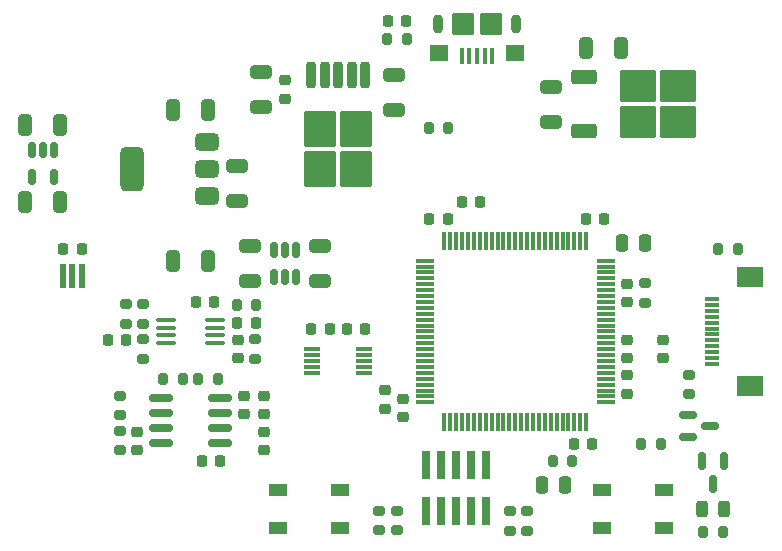
<source format=gtp>
G04 #@! TF.GenerationSoftware,KiCad,Pcbnew,8.0.4*
G04 #@! TF.CreationDate,2024-09-21T08:46:09+10:00*
G04 #@! TF.ProjectId,hsa_r0,6873615f-7230-42e6-9b69-6361645f7063,rev?*
G04 #@! TF.SameCoordinates,Original*
G04 #@! TF.FileFunction,Paste,Top*
G04 #@! TF.FilePolarity,Positive*
%FSLAX46Y46*%
G04 Gerber Fmt 4.6, Leading zero omitted, Abs format (unit mm)*
G04 Created by KiCad (PCBNEW 8.0.4) date 2024-09-21 08:46:09*
%MOMM*%
%LPD*%
G01*
G04 APERTURE LIST*
G04 Aperture macros list*
%AMRoundRect*
0 Rectangle with rounded corners*
0 $1 Rounding radius*
0 $2 $3 $4 $5 $6 $7 $8 $9 X,Y pos of 4 corners*
0 Add a 4 corners polygon primitive as box body*
4,1,4,$2,$3,$4,$5,$6,$7,$8,$9,$2,$3,0*
0 Add four circle primitives for the rounded corners*
1,1,$1+$1,$2,$3*
1,1,$1+$1,$4,$5*
1,1,$1+$1,$6,$7*
1,1,$1+$1,$8,$9*
0 Add four rect primitives between the rounded corners*
20,1,$1+$1,$2,$3,$4,$5,0*
20,1,$1+$1,$4,$5,$6,$7,0*
20,1,$1+$1,$6,$7,$8,$9,0*
20,1,$1+$1,$8,$9,$2,$3,0*%
G04 Aperture macros list end*
%ADD10RoundRect,0.200000X-0.275000X0.200000X-0.275000X-0.200000X0.275000X-0.200000X0.275000X0.200000X0*%
%ADD11RoundRect,0.225000X-0.250000X0.225000X-0.250000X-0.225000X0.250000X-0.225000X0.250000X0.225000X0*%
%ADD12RoundRect,0.150000X-0.150000X0.512500X-0.150000X-0.512500X0.150000X-0.512500X0.150000X0.512500X0*%
%ADD13R,1.400000X0.300000*%
%ADD14RoundRect,0.200000X0.275000X-0.200000X0.275000X0.200000X-0.275000X0.200000X-0.275000X-0.200000X0*%
%ADD15RoundRect,0.225000X0.250000X-0.225000X0.250000X0.225000X-0.250000X0.225000X-0.250000X-0.225000X0*%
%ADD16RoundRect,0.100000X0.100000X0.575000X-0.100000X0.575000X-0.100000X-0.575000X0.100000X-0.575000X0*%
%ADD17O,0.900000X1.600000*%
%ADD18RoundRect,0.250000X0.550000X0.450000X-0.550000X0.450000X-0.550000X-0.450000X0.550000X-0.450000X0*%
%ADD19RoundRect,0.250000X0.700000X0.700000X-0.700000X0.700000X-0.700000X-0.700000X0.700000X-0.700000X0*%
%ADD20RoundRect,0.250000X0.325000X0.650000X-0.325000X0.650000X-0.325000X-0.650000X0.325000X-0.650000X0*%
%ADD21RoundRect,0.200000X0.200000X0.275000X-0.200000X0.275000X-0.200000X-0.275000X0.200000X-0.275000X0*%
%ADD22RoundRect,0.100000X-0.712500X-0.100000X0.712500X-0.100000X0.712500X0.100000X-0.712500X0.100000X0*%
%ADD23R,1.300000X0.300000*%
%ADD24R,2.200000X1.800000*%
%ADD25RoundRect,0.250000X0.650000X-0.325000X0.650000X0.325000X-0.650000X0.325000X-0.650000X-0.325000X0*%
%ADD26RoundRect,0.075000X0.725000X0.075000X-0.725000X0.075000X-0.725000X-0.075000X0.725000X-0.075000X0*%
%ADD27RoundRect,0.075000X0.075000X0.725000X-0.075000X0.725000X-0.075000X-0.725000X0.075000X-0.725000X0*%
%ADD28RoundRect,0.225000X0.225000X0.250000X-0.225000X0.250000X-0.225000X-0.250000X0.225000X-0.250000X0*%
%ADD29RoundRect,0.250000X-0.650000X0.325000X-0.650000X-0.325000X0.650000X-0.325000X0.650000X0.325000X0*%
%ADD30RoundRect,0.200000X-0.200000X-0.275000X0.200000X-0.275000X0.200000X0.275000X-0.200000X0.275000X0*%
%ADD31R,0.570000X2.000000*%
%ADD32RoundRect,0.250000X-0.850000X-0.350000X0.850000X-0.350000X0.850000X0.350000X-0.850000X0.350000X0*%
%ADD33RoundRect,0.250000X-1.275000X-1.125000X1.275000X-1.125000X1.275000X1.125000X-1.275000X1.125000X0*%
%ADD34RoundRect,0.150000X-0.150000X0.587500X-0.150000X-0.587500X0.150000X-0.587500X0.150000X0.587500X0*%
%ADD35RoundRect,0.225000X-0.225000X-0.250000X0.225000X-0.250000X0.225000X0.250000X-0.225000X0.250000X0*%
%ADD36R,1.550000X1.000000*%
%ADD37RoundRect,0.200000X-0.200000X0.900000X-0.200000X-0.900000X0.200000X-0.900000X0.200000X0.900000X0*%
%ADD38RoundRect,0.250000X-1.125000X1.275000X-1.125000X-1.275000X1.125000X-1.275000X1.125000X1.275000X0*%
%ADD39R,0.740000X2.400000*%
%ADD40RoundRect,0.150000X-0.825000X-0.150000X0.825000X-0.150000X0.825000X0.150000X-0.825000X0.150000X0*%
%ADD41RoundRect,0.250000X0.250000X0.475000X-0.250000X0.475000X-0.250000X-0.475000X0.250000X-0.475000X0*%
%ADD42RoundRect,0.243750X0.243750X0.456250X-0.243750X0.456250X-0.243750X-0.456250X0.243750X-0.456250X0*%
%ADD43RoundRect,0.150000X-0.587500X-0.150000X0.587500X-0.150000X0.587500X0.150000X-0.587500X0.150000X0*%
%ADD44RoundRect,0.375000X0.625000X0.375000X-0.625000X0.375000X-0.625000X-0.375000X0.625000X-0.375000X0*%
%ADD45RoundRect,0.500000X0.500000X1.400000X-0.500000X1.400000X-0.500000X-1.400000X0.500000X-1.400000X0*%
G04 APERTURE END LIST*
D10*
X141500000Y-78425000D03*
X141500000Y-80075000D03*
D11*
X153750000Y-78475000D03*
X153750000Y-80025000D03*
D12*
X135950000Y-54612500D03*
X135000000Y-54612500D03*
X134050000Y-54612500D03*
X134050000Y-56887500D03*
X135950000Y-56887500D03*
D13*
X157800000Y-71500000D03*
X157800000Y-72000000D03*
X157800000Y-72500000D03*
X157800000Y-73000000D03*
X157800000Y-73500000D03*
X162200000Y-73500000D03*
X162200000Y-73000000D03*
X162200000Y-72500000D03*
X162200000Y-72000000D03*
X162200000Y-71500000D03*
D14*
X189750000Y-75325000D03*
X189750000Y-73675000D03*
D15*
X165500000Y-77275000D03*
X165500000Y-75725000D03*
D16*
X173050000Y-46675000D03*
X172400000Y-46675000D03*
X171750000Y-46675000D03*
X171100000Y-46675000D03*
X170450000Y-46675000D03*
D17*
X175050000Y-44000000D03*
D18*
X174950000Y-46450000D03*
D19*
X172950000Y-44000000D03*
X170550000Y-44000000D03*
D18*
X168550000Y-46450000D03*
D17*
X168450000Y-44000000D03*
D20*
X183975000Y-45997500D03*
X181025000Y-45997500D03*
D14*
X186000000Y-67575000D03*
X186000000Y-65925000D03*
D20*
X148950000Y-51250000D03*
X146000000Y-51250000D03*
D21*
X165825000Y-45250000D03*
X164175000Y-45250000D03*
D22*
X145387500Y-69025000D03*
X145387500Y-69675000D03*
X145387500Y-70325000D03*
X145387500Y-70975000D03*
X149612500Y-70975000D03*
X149612500Y-70325000D03*
X149612500Y-69675000D03*
X149612500Y-69025000D03*
D23*
X191650000Y-72750000D03*
X191650000Y-72250000D03*
X191650000Y-71750000D03*
X191650000Y-71250000D03*
X191650000Y-70750000D03*
X191650000Y-70250000D03*
X191650000Y-69750000D03*
X191650000Y-69250000D03*
X191650000Y-68750000D03*
X191650000Y-68250000D03*
X191650000Y-67750000D03*
X191650000Y-67250000D03*
D24*
X194900000Y-74650000D03*
X194900000Y-65350000D03*
D21*
X179825000Y-81000000D03*
X178175000Y-81000000D03*
D25*
X152500000Y-65725000D03*
X152500000Y-62775000D03*
D26*
X182675000Y-76000000D03*
X182675000Y-75500000D03*
X182675000Y-75000000D03*
X182675000Y-74500000D03*
X182675000Y-74000000D03*
X182675000Y-73500000D03*
X182675000Y-73000000D03*
X182675000Y-72500000D03*
X182675000Y-72000000D03*
X182675000Y-71500000D03*
X182675000Y-71000000D03*
X182675000Y-70500000D03*
X182675000Y-70000000D03*
X182675000Y-69500000D03*
X182675000Y-69000000D03*
X182675000Y-68500000D03*
X182675000Y-68000000D03*
X182675000Y-67500000D03*
X182675000Y-67000000D03*
X182675000Y-66500000D03*
X182675000Y-66000000D03*
X182675000Y-65500000D03*
X182675000Y-65000000D03*
X182675000Y-64500000D03*
X182675000Y-64000000D03*
D27*
X181000000Y-62325000D03*
X180500000Y-62325000D03*
X180000000Y-62325000D03*
X179500000Y-62325000D03*
X179000000Y-62325000D03*
X178500000Y-62325000D03*
X178000000Y-62325000D03*
X177500000Y-62325000D03*
X177000000Y-62325000D03*
X176500000Y-62325000D03*
X176000000Y-62325000D03*
X175500000Y-62325000D03*
X175000000Y-62325000D03*
X174500000Y-62325000D03*
X174000000Y-62325000D03*
X173500000Y-62325000D03*
X173000000Y-62325000D03*
X172500000Y-62325000D03*
X172000000Y-62325000D03*
X171500000Y-62325000D03*
X171000000Y-62325000D03*
X170500000Y-62325000D03*
X170000000Y-62325000D03*
X169500000Y-62325000D03*
X169000000Y-62325000D03*
D26*
X167325000Y-64000000D03*
X167325000Y-64500000D03*
X167325000Y-65000000D03*
X167325000Y-65500000D03*
X167325000Y-66000000D03*
X167325000Y-66500000D03*
X167325000Y-67000000D03*
X167325000Y-67500000D03*
X167325000Y-68000000D03*
X167325000Y-68500000D03*
X167325000Y-69000000D03*
X167325000Y-69500000D03*
X167325000Y-70000000D03*
X167325000Y-70500000D03*
X167325000Y-71000000D03*
X167325000Y-71500000D03*
X167325000Y-72000000D03*
X167325000Y-72500000D03*
X167325000Y-73000000D03*
X167325000Y-73500000D03*
X167325000Y-74000000D03*
X167325000Y-74500000D03*
X167325000Y-75000000D03*
X167325000Y-75500000D03*
X167325000Y-76000000D03*
D27*
X169000000Y-77675000D03*
X169500000Y-77675000D03*
X170000000Y-77675000D03*
X170500000Y-77675000D03*
X171000000Y-77675000D03*
X171500000Y-77675000D03*
X172000000Y-77675000D03*
X172500000Y-77675000D03*
X173000000Y-77675000D03*
X173500000Y-77675000D03*
X174000000Y-77675000D03*
X174500000Y-77675000D03*
X175000000Y-77675000D03*
X175500000Y-77675000D03*
X176000000Y-77675000D03*
X176500000Y-77675000D03*
X177000000Y-77675000D03*
X177500000Y-77675000D03*
X178000000Y-77675000D03*
X178500000Y-77675000D03*
X179000000Y-77675000D03*
X179500000Y-77675000D03*
X180000000Y-77675000D03*
X180500000Y-77675000D03*
X181000000Y-77675000D03*
D28*
X138275000Y-63000000D03*
X136725000Y-63000000D03*
D29*
X164750000Y-48275000D03*
X164750000Y-51225000D03*
D30*
X192175000Y-63000000D03*
X193825000Y-63000000D03*
D31*
X138275000Y-65295000D03*
X137500000Y-65295000D03*
X136725000Y-65295000D03*
D32*
X180800000Y-48470000D03*
D33*
X185425000Y-49225000D03*
X185425000Y-52275000D03*
X188775000Y-49225000D03*
X188775000Y-52275000D03*
D32*
X180800000Y-53030000D03*
D30*
X185675000Y-79500000D03*
X187325000Y-79500000D03*
D34*
X192700000Y-81000000D03*
X190800000Y-81000000D03*
X191750000Y-82875000D03*
D10*
X142000000Y-67675000D03*
X142000000Y-69325000D03*
D28*
X150025000Y-81000000D03*
X148475000Y-81000000D03*
D25*
X178000000Y-52222500D03*
X178000000Y-49272500D03*
D30*
X190925000Y-87000000D03*
X192575000Y-87000000D03*
D20*
X136475000Y-52500000D03*
X133525000Y-52500000D03*
D14*
X174520000Y-86875000D03*
X174520000Y-85225000D03*
D35*
X157725000Y-69750000D03*
X159275000Y-69750000D03*
D29*
X153475000Y-48025000D03*
X153475000Y-50975000D03*
D10*
X165000000Y-85175000D03*
X165000000Y-86825000D03*
D35*
X140475000Y-70750000D03*
X142025000Y-70750000D03*
X180975000Y-60500000D03*
X182525000Y-60500000D03*
D28*
X149525000Y-67500000D03*
X147975000Y-67500000D03*
D21*
X146825000Y-74000000D03*
X145175000Y-74000000D03*
D14*
X176020000Y-86875000D03*
X176020000Y-85225000D03*
D28*
X153025000Y-69250000D03*
X151475000Y-69250000D03*
D36*
X187625000Y-86600000D03*
X187625000Y-83400000D03*
X182375000Y-86600000D03*
X182375000Y-83400000D03*
D10*
X141500000Y-75425000D03*
X141500000Y-77075000D03*
D37*
X162280000Y-48250000D03*
X161140000Y-48250000D03*
X160000000Y-48250000D03*
D38*
X161525000Y-52875000D03*
X158475000Y-52875000D03*
X161525000Y-56225000D03*
X158475000Y-56225000D03*
D37*
X158860000Y-48250000D03*
X157720000Y-48250000D03*
D12*
X156450000Y-63112500D03*
X155500000Y-63112500D03*
X154550000Y-63112500D03*
X154550000Y-65387500D03*
X155500000Y-65387500D03*
X156450000Y-65387500D03*
D14*
X143500000Y-72325000D03*
X143500000Y-70675000D03*
D39*
X167460000Y-85200000D03*
X167460000Y-81300000D03*
X168730000Y-85200000D03*
X168730000Y-81300000D03*
X170000000Y-85200000D03*
X170000000Y-81300000D03*
X171270000Y-85200000D03*
X171270000Y-81300000D03*
X172540000Y-85200000D03*
X172540000Y-81300000D03*
D15*
X152000000Y-77025000D03*
X152000000Y-75475000D03*
D40*
X145025000Y-75595000D03*
X145025000Y-76865000D03*
X145025000Y-78135000D03*
X145025000Y-79405000D03*
X149975000Y-79405000D03*
X149975000Y-78135000D03*
X149975000Y-76865000D03*
X149975000Y-75595000D03*
D20*
X148975000Y-64000000D03*
X146025000Y-64000000D03*
D15*
X151500000Y-72275000D03*
X151500000Y-70725000D03*
D41*
X179200000Y-83000000D03*
X177300000Y-83000000D03*
D11*
X155500000Y-48725000D03*
X155500000Y-50275000D03*
D20*
X136475000Y-59000000D03*
X133525000Y-59000000D03*
D35*
X170475000Y-59000000D03*
X172025000Y-59000000D03*
D29*
X151475000Y-56025000D03*
X151475000Y-58975000D03*
D28*
X165775000Y-43750000D03*
X164225000Y-43750000D03*
D11*
X153750000Y-75475000D03*
X153750000Y-77025000D03*
D15*
X187500000Y-72275000D03*
X187500000Y-70725000D03*
D11*
X143000000Y-78475000D03*
X143000000Y-80025000D03*
D42*
X192687500Y-85000000D03*
X190812500Y-85000000D03*
D35*
X167725000Y-60500000D03*
X169275000Y-60500000D03*
D36*
X160125000Y-86600000D03*
X160125000Y-83400000D03*
X154875000Y-86600000D03*
X154875000Y-83400000D03*
D30*
X151425000Y-67750000D03*
X153075000Y-67750000D03*
D21*
X149825000Y-74000000D03*
X148175000Y-74000000D03*
D25*
X158500000Y-65725000D03*
X158500000Y-62775000D03*
D10*
X153000000Y-70675000D03*
X153000000Y-72325000D03*
D30*
X167675000Y-52750000D03*
X169325000Y-52750000D03*
D43*
X189625000Y-77050000D03*
X189625000Y-78950000D03*
X191500000Y-78000000D03*
D41*
X185950000Y-62500000D03*
X184050000Y-62500000D03*
D44*
X148875000Y-58550000D03*
X148875000Y-56250000D03*
D45*
X142575000Y-56250000D03*
D44*
X148875000Y-53950000D03*
D11*
X184500000Y-73725000D03*
X184500000Y-75275000D03*
D28*
X181525000Y-79500000D03*
X179975000Y-79500000D03*
D11*
X184500000Y-70725000D03*
X184500000Y-72275000D03*
D28*
X162275000Y-69750000D03*
X160725000Y-69750000D03*
D11*
X184500000Y-65975000D03*
X184500000Y-67525000D03*
D14*
X143500000Y-69325000D03*
X143500000Y-67675000D03*
D11*
X164000000Y-74975000D03*
X164000000Y-76525000D03*
D14*
X163500000Y-86825000D03*
X163500000Y-85175000D03*
M02*

</source>
